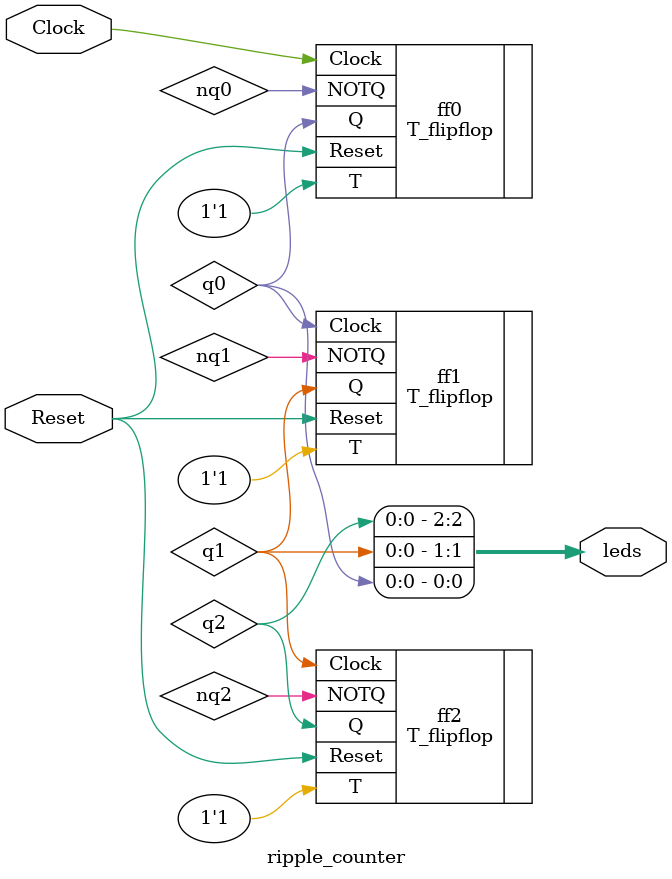
<source format=v>
module ripple_counter(

    input Clock,
    input Reset,
    output [2:0] leds
    );
    
    wire q0, nq0;
    wire q1, nq1;
    wire q2, nq2;
    
 T_flipflop ff0(
    .T(1'b1),
    .Clock(Clock),
    .Reset(Reset),
    .Q(q0),
    .NOTQ(nq0)
    );
   
 T_flipflop ff1(
    .T(1'b1),
    .Clock(q0),
    .Reset(Reset),
    .Q(q1),
    .NOTQ(nq1)
    );
 
  T_flipflop ff2(
    .T(1'b1),
    .Clock(q1),
    .Reset(Reset),
    .Q(q2),
    .NOTQ(nq2)
    );

assign leds = {q2, q1, q0};
    
    
endmodule

</source>
